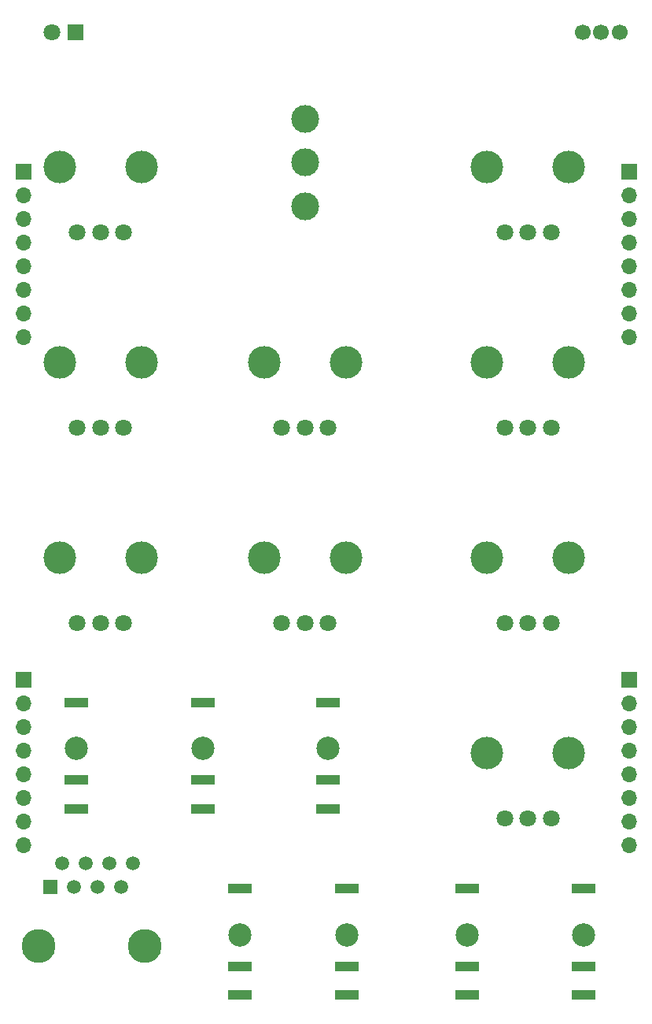
<source format=gbr>
%TF.GenerationSoftware,KiCad,Pcbnew,7.0.9*%
%TF.CreationDate,2024-02-02T16:30:56+00:00*%
%TF.ProjectId,QuadMod_Controls,51756164-4d6f-4645-9f43-6f6e74726f6c,rev?*%
%TF.SameCoordinates,Original*%
%TF.FileFunction,Soldermask,Top*%
%TF.FilePolarity,Negative*%
%FSLAX46Y46*%
G04 Gerber Fmt 4.6, Leading zero omitted, Abs format (unit mm)*
G04 Created by KiCad (PCBNEW 7.0.9) date 2024-02-02 16:30:56*
%MOMM*%
%LPD*%
G01*
G04 APERTURE LIST*
%ADD10R,1.700000X1.700000*%
%ADD11O,1.700000X1.700000*%
%ADD12C,1.800000*%
%ADD13C,3.500000*%
%ADD14R,2.500000X1.000000*%
%ADD15C,2.500000*%
%ADD16C,1.700000*%
%ADD17C,3.000000*%
%ADD18R,1.800000X1.800000*%
%ADD19C,1.500000*%
%ADD20R,1.500000X1.500000*%
%ADD21C,3.650000*%
G04 APERTURE END LIST*
D10*
%TO.C,J4*%
X102700000Y-123600000D03*
D11*
X102700000Y-126140000D03*
X102700000Y-128680000D03*
X102700000Y-131220000D03*
X102700000Y-133760000D03*
X102700000Y-136300000D03*
X102700000Y-138840000D03*
X102700000Y-141380000D03*
%TD*%
D10*
%TO.C,J3*%
X167900000Y-123600000D03*
D11*
X167900000Y-126140000D03*
X167900000Y-128680000D03*
X167900000Y-131220000D03*
X167900000Y-133760000D03*
X167900000Y-136300000D03*
X167900000Y-138840000D03*
X167900000Y-141380000D03*
%TD*%
D10*
%TO.C,J2*%
X102700000Y-69000000D03*
D11*
X102700000Y-71540000D03*
X102700000Y-74080000D03*
X102700000Y-76620000D03*
X102700000Y-79160000D03*
X102700000Y-81700000D03*
X102700000Y-84240000D03*
X102700000Y-86780000D03*
%TD*%
D10*
%TO.C,J1*%
X167900000Y-69000000D03*
D11*
X167900000Y-71540000D03*
X167900000Y-74080000D03*
X167900000Y-76620000D03*
X167900000Y-79160000D03*
X167900000Y-81700000D03*
X167900000Y-84240000D03*
X167900000Y-86780000D03*
%TD*%
D12*
%TO.C,FX_Mix_Pot1*%
X108500000Y-75500000D03*
X111000000Y-75500000D03*
X113500000Y-75500000D03*
D13*
X115400000Y-68500000D03*
X106600000Y-68500000D03*
%TD*%
D12*
%TO.C,Delay_Feedback_Pot1*%
X154500000Y-96500000D03*
X157000000Y-96500000D03*
X159500000Y-96500000D03*
D13*
X161400000Y-89500000D03*
X152600000Y-89500000D03*
%TD*%
D14*
%TO.C,J8*%
X135500000Y-126080000D03*
X135500000Y-134380000D03*
X135500000Y-137480000D03*
D15*
X135500000Y-131000000D03*
%TD*%
D14*
%TO.C,J10*%
X126000000Y-146080000D03*
X126000000Y-154380000D03*
X126000000Y-157480000D03*
D15*
X126000000Y-151000000D03*
%TD*%
D16*
%TO.C,Delay_LED1*%
X166900000Y-54000000D03*
X164900000Y-54000000D03*
X162900000Y-54000000D03*
%TD*%
D12*
%TO.C,FX_Feedback_Pot1*%
X130500000Y-117500000D03*
X133000000Y-117500000D03*
X135500000Y-117500000D03*
D13*
X137400000Y-110500000D03*
X128600000Y-110500000D03*
%TD*%
D12*
%TO.C,LFO_BaseFreq_Pot1*%
X130500000Y-96500000D03*
X133000000Y-96500000D03*
X135500000Y-96500000D03*
D13*
X137400000Y-89500000D03*
X128600000Y-89500000D03*
%TD*%
D12*
%TO.C,Delay_Mix_Pot1*%
X154500000Y-138500000D03*
X157000000Y-138500000D03*
X159500000Y-138500000D03*
D13*
X161400000Y-131500000D03*
X152600000Y-131500000D03*
%TD*%
D14*
%TO.C,J9*%
X108400000Y-126080000D03*
X108400000Y-134380000D03*
X108400000Y-137480000D03*
D15*
X108400000Y-131000000D03*
%TD*%
D12*
%TO.C,Delay_Time_Pot1*%
X154500000Y-75500000D03*
X157000000Y-75500000D03*
X159500000Y-75500000D03*
D13*
X161400000Y-68500000D03*
X152600000Y-68500000D03*
%TD*%
D12*
%TO.C,LFO_Range_Pot1*%
X108500000Y-96500000D03*
X111000000Y-96500000D03*
X113500000Y-96500000D03*
D13*
X115400000Y-89500000D03*
X106600000Y-89500000D03*
%TD*%
D12*
%TO.C,LFO_Speed_Pot1*%
X108500000Y-117500000D03*
X111000000Y-117500000D03*
X113500000Y-117500000D03*
D13*
X115400000Y-110500000D03*
X106600000Y-110500000D03*
%TD*%
D17*
%TO.C,SW1*%
X133000000Y-72700000D03*
X133000000Y-68000000D03*
X133000000Y-63300000D03*
%TD*%
D14*
%TO.C,J6*%
X163000000Y-146080000D03*
X163000000Y-154380000D03*
X163000000Y-157480000D03*
D15*
X163000000Y-151000000D03*
%TD*%
D12*
%TO.C,Delay_Filter_Pot1*%
X154500000Y-117500000D03*
X157000000Y-117500000D03*
X159500000Y-117500000D03*
D13*
X161400000Y-110500000D03*
X152600000Y-110500000D03*
%TD*%
D18*
%TO.C,FX_LED1*%
X108270000Y-54000000D03*
D12*
X105730000Y-54000000D03*
%TD*%
D14*
%TO.C,J7*%
X122000000Y-126080000D03*
X122000000Y-134380000D03*
X122000000Y-137480000D03*
D15*
X122000000Y-131000000D03*
%TD*%
D14*
%TO.C,J11*%
X137500000Y-146080000D03*
X137500000Y-154380000D03*
X137500000Y-157480000D03*
D15*
X137500000Y-151000000D03*
%TD*%
D19*
%TO.C,J13*%
X114490000Y-143310000D03*
X113220000Y-145850000D03*
X111950000Y-143310000D03*
X110680000Y-145850000D03*
X109410000Y-143310000D03*
X108140000Y-145850000D03*
X106870000Y-143310000D03*
D20*
X105600000Y-145850000D03*
D21*
X115760000Y-152200000D03*
X104330000Y-152200000D03*
%TD*%
D14*
%TO.C,J5*%
X150500000Y-146080000D03*
X150500000Y-154380000D03*
X150500000Y-157480000D03*
D15*
X150500000Y-151000000D03*
%TD*%
M02*

</source>
